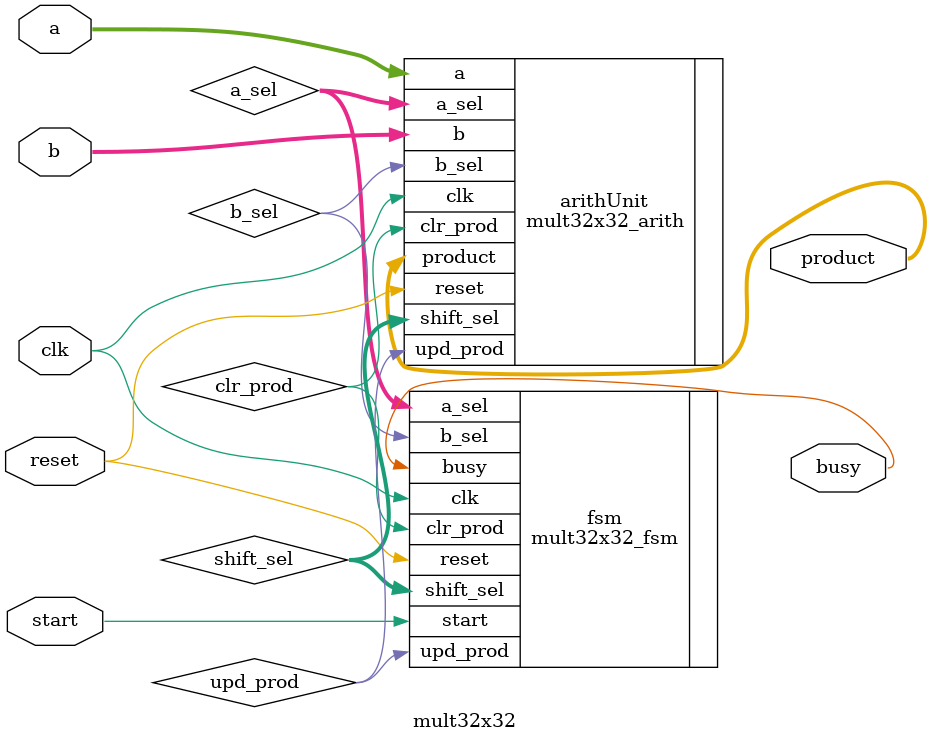
<source format=sv>
module mult32x32 (
    input logic clk,            // Clock
    input logic reset,          // Reset
    input logic start,          // Start signal
    input logic [31:0] a,       // Input a
    input logic [31:0] b,       // Input b
    output logic busy,          // Multiplier busy indication
    output logic [63:0] product // Miltiplication product
);
	logic [1:0] a_sel;
	logic b_sel;
	logic [2:0] shift_sel;
	logic upd_prod;
	logic clr_prod;
	mult32x32_fsm fsm (
		.clk(clk),
		.reset(reset),
		.start(start),
		.busy(busy),
		.a_sel(a_sel),
		.b_sel(b_sel),
		.shift_sel(shift_sel),
		.upd_prod(upd_prod),
		.clr_prod(clr_prod)
	);
	mult32x32_arith arithUnit (
		.clk(clk),
		.reset(reset),
		.a(a),
		.b(b),
		.a_sel(a_sel),
		.b_sel(b_sel),
		.shift_sel(shift_sel),
		.upd_prod(upd_prod),
		.clr_prod(clr_prod),
		.product(product)
	);
endmodule

</source>
